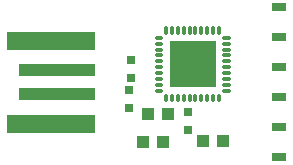
<source format=gtp>
G75*
G70*
%OFA0B0*%
%FSLAX24Y24*%
%IPPOS*%
%LPD*%
%AMOC8*
5,1,8,0,0,1.08239X$1,22.5*
%
%ADD10R,0.2953X0.0591*%
%ADD11R,0.2559X0.0394*%
%ADD12R,0.0315X0.0315*%
%ADD13R,0.0394X0.0433*%
%ADD14R,0.0433X0.0394*%
%ADD15R,0.1575X0.1575*%
%ADD16C,0.0118*%
%ADD17R,0.0500X0.0250*%
D10*
X002022Y001539D03*
X002022Y004295D03*
D11*
X002219Y003311D03*
X002219Y002524D03*
D12*
X004596Y002663D03*
X004676Y003062D03*
X004676Y003653D03*
X004596Y002072D03*
X006566Y001923D03*
X006566Y001332D03*
D13*
X005755Y000922D03*
X005086Y000922D03*
X005256Y001847D03*
X005925Y001847D03*
D14*
X007066Y000952D03*
X007735Y000952D03*
D15*
X006731Y003517D03*
D16*
X007774Y003419D02*
X007932Y003419D01*
X007932Y003616D02*
X007774Y003616D01*
X007774Y003813D02*
X007932Y003813D01*
X007932Y004010D02*
X007774Y004010D01*
X007774Y004206D02*
X007932Y004206D01*
X007932Y004403D02*
X007774Y004403D01*
X007617Y004560D02*
X007617Y004718D01*
X007420Y004718D02*
X007420Y004560D01*
X007223Y004560D02*
X007223Y004718D01*
X007026Y004718D02*
X007026Y004560D01*
X006829Y004560D02*
X006829Y004718D01*
X006632Y004718D02*
X006632Y004560D01*
X006436Y004560D02*
X006436Y004718D01*
X006239Y004718D02*
X006239Y004560D01*
X006042Y004560D02*
X006042Y004718D01*
X005845Y004718D02*
X005845Y004560D01*
X005688Y004403D02*
X005530Y004403D01*
X005530Y004206D02*
X005688Y004206D01*
X005688Y004010D02*
X005530Y004010D01*
X005530Y003813D02*
X005688Y003813D01*
X005688Y003616D02*
X005530Y003616D01*
X005530Y003419D02*
X005688Y003419D01*
X005688Y003222D02*
X005530Y003222D01*
X005530Y003025D02*
X005688Y003025D01*
X005688Y002828D02*
X005530Y002828D01*
X005530Y002632D02*
X005688Y002632D01*
X005845Y002474D02*
X005845Y002316D01*
X006042Y002316D02*
X006042Y002474D01*
X006239Y002474D02*
X006239Y002316D01*
X006436Y002316D02*
X006436Y002474D01*
X006632Y002474D02*
X006632Y002316D01*
X006829Y002316D02*
X006829Y002474D01*
X007026Y002474D02*
X007026Y002316D01*
X007223Y002316D02*
X007223Y002474D01*
X007420Y002474D02*
X007420Y002316D01*
X007617Y002316D02*
X007617Y002474D01*
X007774Y002632D02*
X007932Y002632D01*
X007932Y002828D02*
X007774Y002828D01*
X007774Y003025D02*
X007932Y003025D01*
X007932Y003222D02*
X007774Y003222D01*
D17*
X009601Y003417D03*
X009601Y002417D03*
X009601Y001417D03*
X009601Y000417D03*
X009601Y004417D03*
X009601Y005417D03*
M02*

</source>
